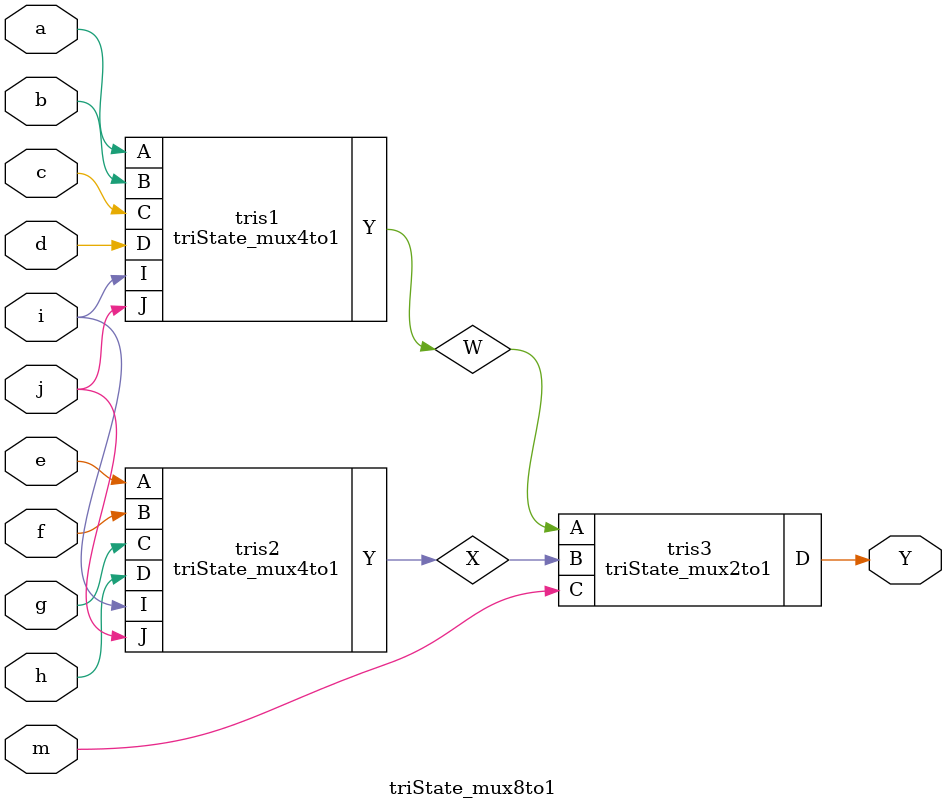
<source format=v>

module triState_mux2to1(A, B, C, D);
   
   output D;
   input  A, B, C; //A & B are the inputs, C is the select line and D is the output
   tri D;

   bufif1 nb1(D, A, C); //selects A when C is 1
   bufif0 nb0(D, B, C); //selects B when C is 0


endmodule

     
module triState_mux4to1(A,B,C,D,I,J,Y);
	output Y;
	input A,B,C,D,I,J; //A,B,C,D are the inputs, I,J are the select lines
	tri W,X; // these become input to the last tristate that creates the answer, they are internal wires
	
	triState_mux2to1 tris1(A,C,I,W);// one of two wires
	triState_mux2to1 tris2(B,D,I,X);// one of two wires
	triState_mux2to1 tris3(W,X,J,Y);// Y contains the final output
	
endmodule

module triState_mux8to1(a,b,c,d,e,f,g,h,i,j,m,Y);
	output Y;
	input a,b,c,d,e,f,g,h,i,j,m; 
	tri W,X; // these become inputs to the last tristate that creates y, the are internal wires
	triState_mux4to1 tris1(a,b,c,d,i,j,W);// one of two wires
	triState_mux4to1 tris2(e,f,g,h,i,j,X);// one of two wires
	triState_mux2to1 tris3(W,X,m,Y);// Y contains the final output
endmodule
</source>
